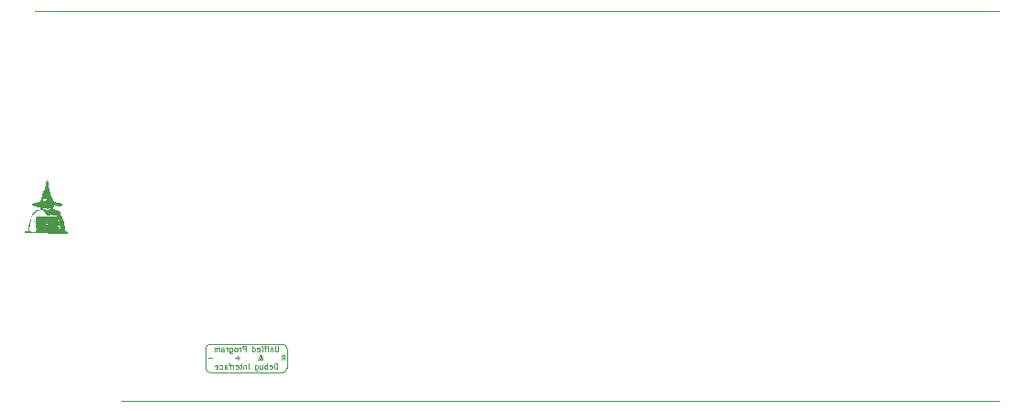
<source format=gbr>
%TF.GenerationSoftware,KiCad,Pcbnew,6.0.11+dfsg-1~bpo11+1*%
%TF.CreationDate,2024-04-01T13:46:52-04:00*%
%TF.ProjectId,Module - TPS540x,4d6f6475-6c65-4202-9d20-545053353430,1.0.0*%
%TF.SameCoordinates,Original*%
%TF.FileFunction,Legend,Bot*%
%TF.FilePolarity,Positive*%
%FSLAX46Y46*%
G04 Gerber Fmt 4.6, Leading zero omitted, Abs format (unit mm)*
G04 Created by KiCad (PCBNEW 6.0.11+dfsg-1~bpo11+1) date 2024-04-01 13:46:52*
%MOMM*%
%LPD*%
G01*
G04 APERTURE LIST*
%ADD10C,0.120000*%
%ADD11C,0.100000*%
G04 APERTURE END LIST*
D10*
X76200000Y-112800000D02*
G75*
G03*
X75800000Y-113200000I0J-400000D01*
G01*
D11*
X68000000Y-118000000D02*
X149000000Y-118000000D01*
D10*
X82900000Y-115400000D02*
G75*
G03*
X83300000Y-115000000I0J400000D01*
G01*
X76200000Y-115400000D02*
X82900000Y-115400000D01*
X83300000Y-113200000D02*
X83300000Y-115000000D01*
D11*
X60000000Y-82000000D02*
X149000000Y-82000000D01*
D10*
X75800000Y-115000000D02*
G75*
G03*
X76200000Y-115400000I400000J0D01*
G01*
X83300000Y-113200000D02*
G75*
G03*
X82900000Y-112800000I-400000J0D01*
G01*
X82900000Y-112800000D02*
X76200000Y-112800000D01*
X75800000Y-113200000D02*
X75800000Y-115000000D01*
D11*
X82492380Y-112946190D02*
X82492380Y-113350952D01*
X82468571Y-113398571D01*
X82444761Y-113422380D01*
X82397142Y-113446190D01*
X82301904Y-113446190D01*
X82254285Y-113422380D01*
X82230476Y-113398571D01*
X82206666Y-113350952D01*
X82206666Y-112946190D01*
X81968571Y-113112857D02*
X81968571Y-113446190D01*
X81968571Y-113160476D02*
X81944761Y-113136666D01*
X81897142Y-113112857D01*
X81825714Y-113112857D01*
X81778095Y-113136666D01*
X81754285Y-113184285D01*
X81754285Y-113446190D01*
X81516190Y-113446190D02*
X81516190Y-113112857D01*
X81516190Y-112946190D02*
X81540000Y-112970000D01*
X81516190Y-112993809D01*
X81492380Y-112970000D01*
X81516190Y-112946190D01*
X81516190Y-112993809D01*
X81349523Y-113112857D02*
X81159047Y-113112857D01*
X81278095Y-113446190D02*
X81278095Y-113017619D01*
X81254285Y-112970000D01*
X81206666Y-112946190D01*
X81159047Y-112946190D01*
X80992380Y-113446190D02*
X80992380Y-113112857D01*
X80992380Y-112946190D02*
X81016190Y-112970000D01*
X80992380Y-112993809D01*
X80968571Y-112970000D01*
X80992380Y-112946190D01*
X80992380Y-112993809D01*
X80563809Y-113422380D02*
X80611428Y-113446190D01*
X80706666Y-113446190D01*
X80754285Y-113422380D01*
X80778095Y-113374761D01*
X80778095Y-113184285D01*
X80754285Y-113136666D01*
X80706666Y-113112857D01*
X80611428Y-113112857D01*
X80563809Y-113136666D01*
X80540000Y-113184285D01*
X80540000Y-113231904D01*
X80778095Y-113279523D01*
X80111428Y-113446190D02*
X80111428Y-112946190D01*
X80111428Y-113422380D02*
X80159047Y-113446190D01*
X80254285Y-113446190D01*
X80301904Y-113422380D01*
X80325714Y-113398571D01*
X80349523Y-113350952D01*
X80349523Y-113208095D01*
X80325714Y-113160476D01*
X80301904Y-113136666D01*
X80254285Y-113112857D01*
X80159047Y-113112857D01*
X80111428Y-113136666D01*
X79492380Y-113446190D02*
X79492380Y-112946190D01*
X79301904Y-112946190D01*
X79254285Y-112970000D01*
X79230476Y-112993809D01*
X79206666Y-113041428D01*
X79206666Y-113112857D01*
X79230476Y-113160476D01*
X79254285Y-113184285D01*
X79301904Y-113208095D01*
X79492380Y-113208095D01*
X78992380Y-113446190D02*
X78992380Y-113112857D01*
X78992380Y-113208095D02*
X78968571Y-113160476D01*
X78944761Y-113136666D01*
X78897142Y-113112857D01*
X78849523Y-113112857D01*
X78611428Y-113446190D02*
X78659047Y-113422380D01*
X78682857Y-113398571D01*
X78706666Y-113350952D01*
X78706666Y-113208095D01*
X78682857Y-113160476D01*
X78659047Y-113136666D01*
X78611428Y-113112857D01*
X78540000Y-113112857D01*
X78492380Y-113136666D01*
X78468571Y-113160476D01*
X78444761Y-113208095D01*
X78444761Y-113350952D01*
X78468571Y-113398571D01*
X78492380Y-113422380D01*
X78540000Y-113446190D01*
X78611428Y-113446190D01*
X78016190Y-113112857D02*
X78016190Y-113517619D01*
X78040000Y-113565238D01*
X78063809Y-113589047D01*
X78111428Y-113612857D01*
X78182857Y-113612857D01*
X78230476Y-113589047D01*
X78016190Y-113422380D02*
X78063809Y-113446190D01*
X78159047Y-113446190D01*
X78206666Y-113422380D01*
X78230476Y-113398571D01*
X78254285Y-113350952D01*
X78254285Y-113208095D01*
X78230476Y-113160476D01*
X78206666Y-113136666D01*
X78159047Y-113112857D01*
X78063809Y-113112857D01*
X78016190Y-113136666D01*
X77778095Y-113446190D02*
X77778095Y-113112857D01*
X77778095Y-113208095D02*
X77754285Y-113160476D01*
X77730476Y-113136666D01*
X77682857Y-113112857D01*
X77635238Y-113112857D01*
X77254285Y-113446190D02*
X77254285Y-113184285D01*
X77278095Y-113136666D01*
X77325714Y-113112857D01*
X77420952Y-113112857D01*
X77468571Y-113136666D01*
X77254285Y-113422380D02*
X77301904Y-113446190D01*
X77420952Y-113446190D01*
X77468571Y-113422380D01*
X77492380Y-113374761D01*
X77492380Y-113327142D01*
X77468571Y-113279523D01*
X77420952Y-113255714D01*
X77301904Y-113255714D01*
X77254285Y-113231904D01*
X77016190Y-113446190D02*
X77016190Y-113112857D01*
X77016190Y-113160476D02*
X76992380Y-113136666D01*
X76944761Y-113112857D01*
X76873333Y-113112857D01*
X76825714Y-113136666D01*
X76801904Y-113184285D01*
X76801904Y-113446190D01*
X76801904Y-113184285D02*
X76778095Y-113136666D01*
X76730476Y-113112857D01*
X76659047Y-113112857D01*
X76611428Y-113136666D01*
X76587619Y-113184285D01*
X76587619Y-113446190D01*
X82790000Y-114251190D02*
X82956666Y-114013095D01*
X83075714Y-114251190D02*
X83075714Y-113751190D01*
X82885238Y-113751190D01*
X82837619Y-113775000D01*
X82813809Y-113798809D01*
X82790000Y-113846428D01*
X82790000Y-113917857D01*
X82813809Y-113965476D01*
X82837619Y-113989285D01*
X82885238Y-114013095D01*
X83075714Y-114013095D01*
X80647142Y-114251190D02*
X80670952Y-114251190D01*
X80718571Y-114227380D01*
X80790000Y-114155952D01*
X80909047Y-114013095D01*
X80956666Y-113941666D01*
X80980476Y-113870238D01*
X80980476Y-113822619D01*
X80956666Y-113775000D01*
X80909047Y-113751190D01*
X80885238Y-113751190D01*
X80837619Y-113775000D01*
X80813809Y-113822619D01*
X80813809Y-113846428D01*
X80837619Y-113894047D01*
X80861428Y-113917857D01*
X81004285Y-114013095D01*
X81028095Y-114036904D01*
X81051904Y-114084523D01*
X81051904Y-114155952D01*
X81028095Y-114203571D01*
X81004285Y-114227380D01*
X80956666Y-114251190D01*
X80885238Y-114251190D01*
X80837619Y-114227380D01*
X80813809Y-114203571D01*
X80742380Y-114108333D01*
X80718571Y-114036904D01*
X80718571Y-113989285D01*
X78909047Y-114060714D02*
X78528095Y-114060714D01*
X78718571Y-114251190D02*
X78718571Y-113870238D01*
X76385238Y-114060714D02*
X76004285Y-114060714D01*
X82409047Y-115056190D02*
X82409047Y-114556190D01*
X82290000Y-114556190D01*
X82218571Y-114580000D01*
X82170952Y-114627619D01*
X82147142Y-114675238D01*
X82123333Y-114770476D01*
X82123333Y-114841904D01*
X82147142Y-114937142D01*
X82170952Y-114984761D01*
X82218571Y-115032380D01*
X82290000Y-115056190D01*
X82409047Y-115056190D01*
X81718571Y-115032380D02*
X81766190Y-115056190D01*
X81861428Y-115056190D01*
X81909047Y-115032380D01*
X81932857Y-114984761D01*
X81932857Y-114794285D01*
X81909047Y-114746666D01*
X81861428Y-114722857D01*
X81766190Y-114722857D01*
X81718571Y-114746666D01*
X81694761Y-114794285D01*
X81694761Y-114841904D01*
X81932857Y-114889523D01*
X81480476Y-115056190D02*
X81480476Y-114556190D01*
X81480476Y-114746666D02*
X81432857Y-114722857D01*
X81337619Y-114722857D01*
X81290000Y-114746666D01*
X81266190Y-114770476D01*
X81242380Y-114818095D01*
X81242380Y-114960952D01*
X81266190Y-115008571D01*
X81290000Y-115032380D01*
X81337619Y-115056190D01*
X81432857Y-115056190D01*
X81480476Y-115032380D01*
X80813809Y-114722857D02*
X80813809Y-115056190D01*
X81028095Y-114722857D02*
X81028095Y-114984761D01*
X81004285Y-115032380D01*
X80956666Y-115056190D01*
X80885238Y-115056190D01*
X80837619Y-115032380D01*
X80813809Y-115008571D01*
X80361428Y-114722857D02*
X80361428Y-115127619D01*
X80385238Y-115175238D01*
X80409047Y-115199047D01*
X80456666Y-115222857D01*
X80528095Y-115222857D01*
X80575714Y-115199047D01*
X80361428Y-115032380D02*
X80409047Y-115056190D01*
X80504285Y-115056190D01*
X80551904Y-115032380D01*
X80575714Y-115008571D01*
X80599523Y-114960952D01*
X80599523Y-114818095D01*
X80575714Y-114770476D01*
X80551904Y-114746666D01*
X80504285Y-114722857D01*
X80409047Y-114722857D01*
X80361428Y-114746666D01*
X79742380Y-115056190D02*
X79742380Y-114556190D01*
X79504285Y-114722857D02*
X79504285Y-115056190D01*
X79504285Y-114770476D02*
X79480476Y-114746666D01*
X79432857Y-114722857D01*
X79361428Y-114722857D01*
X79313809Y-114746666D01*
X79290000Y-114794285D01*
X79290000Y-115056190D01*
X79123333Y-114722857D02*
X78932857Y-114722857D01*
X79051904Y-114556190D02*
X79051904Y-114984761D01*
X79028095Y-115032380D01*
X78980476Y-115056190D01*
X78932857Y-115056190D01*
X78575714Y-115032380D02*
X78623333Y-115056190D01*
X78718571Y-115056190D01*
X78766190Y-115032380D01*
X78790000Y-114984761D01*
X78790000Y-114794285D01*
X78766190Y-114746666D01*
X78718571Y-114722857D01*
X78623333Y-114722857D01*
X78575714Y-114746666D01*
X78551904Y-114794285D01*
X78551904Y-114841904D01*
X78790000Y-114889523D01*
X78337619Y-115056190D02*
X78337619Y-114722857D01*
X78337619Y-114818095D02*
X78313809Y-114770476D01*
X78290000Y-114746666D01*
X78242380Y-114722857D01*
X78194761Y-114722857D01*
X78099523Y-114722857D02*
X77909047Y-114722857D01*
X78028095Y-115056190D02*
X78028095Y-114627619D01*
X78004285Y-114580000D01*
X77956666Y-114556190D01*
X77909047Y-114556190D01*
X77528095Y-115056190D02*
X77528095Y-114794285D01*
X77551904Y-114746666D01*
X77599523Y-114722857D01*
X77694761Y-114722857D01*
X77742380Y-114746666D01*
X77528095Y-115032380D02*
X77575714Y-115056190D01*
X77694761Y-115056190D01*
X77742380Y-115032380D01*
X77766190Y-114984761D01*
X77766190Y-114937142D01*
X77742380Y-114889523D01*
X77694761Y-114865714D01*
X77575714Y-114865714D01*
X77528095Y-114841904D01*
X77075714Y-115032380D02*
X77123333Y-115056190D01*
X77218571Y-115056190D01*
X77266190Y-115032380D01*
X77290000Y-115008571D01*
X77313809Y-114960952D01*
X77313809Y-114818095D01*
X77290000Y-114770476D01*
X77266190Y-114746666D01*
X77218571Y-114722857D01*
X77123333Y-114722857D01*
X77075714Y-114746666D01*
X76670952Y-115032380D02*
X76718571Y-115056190D01*
X76813809Y-115056190D01*
X76861428Y-115032380D01*
X76885238Y-114984761D01*
X76885238Y-114794285D01*
X76861428Y-114746666D01*
X76813809Y-114722857D01*
X76718571Y-114722857D01*
X76670952Y-114746666D01*
X76647142Y-114794285D01*
X76647142Y-114841904D01*
X76885238Y-114889523D01*
%TO.C,G\u002A\u002A\u002A*%
G36*
X61013509Y-99439140D02*
G01*
X61016680Y-99476000D01*
X61008471Y-99487970D01*
X60974320Y-99516000D01*
X60970328Y-99514960D01*
X60956680Y-99476000D01*
X60958308Y-99465036D01*
X60999041Y-99436000D01*
X61013509Y-99439140D01*
G37*
G36*
X61604180Y-100888675D02*
G01*
X61622695Y-100903073D01*
X61580014Y-100912842D01*
X61539443Y-100910013D01*
X61527514Y-100891833D01*
X61541665Y-100883906D01*
X61604180Y-100888675D01*
G37*
G36*
X59996680Y-101456000D02*
G01*
X59976680Y-101476000D01*
X59956680Y-101456000D01*
X59976680Y-101436000D01*
X59996680Y-101456000D01*
G37*
G36*
X61865763Y-99626436D02*
G01*
X61926157Y-99661068D01*
X62070495Y-99703295D01*
X62276680Y-99739742D01*
X62355858Y-99753233D01*
X62496924Y-99792395D01*
X62573560Y-99845422D01*
X62596681Y-99918407D01*
X62596444Y-99926257D01*
X62585886Y-99946436D01*
X62573905Y-99969333D01*
X62563923Y-99988411D01*
X62466680Y-100025450D01*
X62458050Y-100027255D01*
X62365740Y-100044303D01*
X62316680Y-100049334D01*
X62280162Y-100044764D01*
X62183688Y-100033851D01*
X62051958Y-100019495D01*
X62007327Y-100014740D01*
X61891397Y-100005381D01*
X61829139Y-100012946D01*
X61800332Y-100043875D01*
X61785812Y-100100505D01*
X61784760Y-100104610D01*
X61766285Y-100183226D01*
X61763994Y-100192976D01*
X61737009Y-100281290D01*
X61732114Y-100303692D01*
X61753111Y-100336151D01*
X61825177Y-100362868D01*
X61962571Y-100390764D01*
X62063975Y-100411067D01*
X62194781Y-100455329D01*
X62287937Y-100526239D01*
X62362416Y-100640797D01*
X62437190Y-100816000D01*
X62484516Y-100932336D01*
X62537465Y-101048205D01*
X62543316Y-101058576D01*
X62575716Y-101116000D01*
X62577599Y-101118564D01*
X62613720Y-101195632D01*
X62659137Y-101329176D01*
X62709098Y-101500224D01*
X62722329Y-101550639D01*
X62751126Y-101660365D01*
X62758852Y-101689805D01*
X62779265Y-101776000D01*
X62803645Y-101878947D01*
X62818357Y-101950126D01*
X62838727Y-102048678D01*
X62846332Y-102097123D01*
X62859347Y-102180027D01*
X62860751Y-102254022D01*
X62852023Y-102311104D01*
X62879017Y-102347730D01*
X62966557Y-102363456D01*
X63028922Y-102372891D01*
X63087694Y-102409336D01*
X63109967Y-102492528D01*
X63123253Y-102609057D01*
X61853444Y-102582528D01*
X61814595Y-102581724D01*
X61456082Y-102574880D01*
X61085453Y-102568733D01*
X60721128Y-102563528D01*
X60381525Y-102559508D01*
X60085062Y-102556917D01*
X59850157Y-102556000D01*
X59116680Y-102556000D01*
X59116680Y-102456000D01*
X59116972Y-102437405D01*
X59130299Y-102383564D01*
X59179550Y-102360714D01*
X59286680Y-102355931D01*
X59456680Y-102355863D01*
X59462970Y-102176948D01*
X59528189Y-102176948D01*
X59535185Y-102271289D01*
X59575495Y-102330513D01*
X59659331Y-102389929D01*
X59716753Y-102411017D01*
X59837419Y-102433673D01*
X59953986Y-102434843D01*
X60041918Y-102415345D01*
X60076680Y-102376000D01*
X60085378Y-102346037D01*
X60141344Y-102316000D01*
X60153280Y-102315393D01*
X60188863Y-102287817D01*
X60183475Y-102206000D01*
X60165628Y-102098222D01*
X60153639Y-102004608D01*
X62139218Y-102004608D01*
X62140873Y-102013833D01*
X62216680Y-102035146D01*
X62318216Y-102063186D01*
X62416680Y-102093814D01*
X62431611Y-102098681D01*
X62449919Y-102097123D01*
X62396680Y-102060180D01*
X62306656Y-102020678D01*
X62196680Y-102001511D01*
X62139218Y-102004608D01*
X60153639Y-102004608D01*
X60145986Y-101944854D01*
X60139984Y-101889573D01*
X62138894Y-101889573D01*
X62173395Y-101911664D01*
X62269969Y-101916000D01*
X62291532Y-101916297D01*
X62396827Y-101926271D01*
X62460274Y-101946000D01*
X62466538Y-101950126D01*
X62446836Y-101928611D01*
X62384231Y-101869711D01*
X62373885Y-101860166D01*
X62310018Y-101795203D01*
X62305123Y-101776000D01*
X62436680Y-101776000D01*
X62456680Y-101796000D01*
X62476680Y-101776000D01*
X62456680Y-101756000D01*
X62436680Y-101776000D01*
X62305123Y-101776000D01*
X62301509Y-101761822D01*
X62342637Y-101742538D01*
X62348811Y-101740694D01*
X62359604Y-101729501D01*
X62300995Y-101728826D01*
X62214994Y-101750251D01*
X62152284Y-101826000D01*
X62148647Y-101836098D01*
X62138894Y-101889573D01*
X60139984Y-101889573D01*
X60126510Y-101765482D01*
X60119937Y-101696000D01*
X61076680Y-101696000D01*
X61078022Y-101713180D01*
X61111467Y-101754812D01*
X61170014Y-101729333D01*
X61181841Y-101715685D01*
X61191771Y-101660365D01*
X61136680Y-101636000D01*
X61108699Y-101642969D01*
X61076680Y-101696000D01*
X60119937Y-101696000D01*
X60108744Y-101577681D01*
X60107937Y-101567746D01*
X62159418Y-101567746D01*
X62162514Y-101625375D01*
X62164965Y-101629160D01*
X62213380Y-101636091D01*
X62291675Y-101617802D01*
X62364545Y-101585561D01*
X62396680Y-101550639D01*
X62388927Y-101523134D01*
X62343563Y-101494504D01*
X62297084Y-101515347D01*
X62288402Y-101526759D01*
X62231596Y-101556000D01*
X62225945Y-101554313D01*
X62230090Y-101514973D01*
X62273957Y-101439825D01*
X62289228Y-101417916D01*
X62346677Y-101313365D01*
X62343267Y-101254469D01*
X62279131Y-101236000D01*
X62236493Y-101246072D01*
X62199926Y-101298906D01*
X62174965Y-101413499D01*
X62168270Y-101463005D01*
X62159418Y-101567746D01*
X60107937Y-101567746D01*
X60094234Y-101399023D01*
X60084524Y-101247084D01*
X60081160Y-101139438D01*
X60085687Y-101093660D01*
X60157263Y-101056741D01*
X60299014Y-101023600D01*
X60493433Y-100998203D01*
X60726425Y-100980795D01*
X60983892Y-100971622D01*
X61251740Y-100970928D01*
X61515872Y-100978959D01*
X61762192Y-100995960D01*
X61976604Y-101022176D01*
X62145011Y-101057851D01*
X62169318Y-101058576D01*
X62126680Y-101031124D01*
X62068701Y-100985663D01*
X62036068Y-100919887D01*
X62036010Y-100915308D01*
X62028440Y-100878025D01*
X61998669Y-100914151D01*
X61983419Y-100934939D01*
X61939993Y-100951349D01*
X61863096Y-100919433D01*
X61784647Y-100890848D01*
X61720495Y-100893642D01*
X61697486Y-100898869D01*
X61676680Y-100858360D01*
X61676642Y-100855623D01*
X61648496Y-100804447D01*
X61586247Y-100804441D01*
X61516680Y-100856000D01*
X61511751Y-100861299D01*
X61431366Y-100900514D01*
X61312810Y-100916000D01*
X61234961Y-100911925D01*
X61156070Y-100881342D01*
X61100916Y-100806000D01*
X61047116Y-100724389D01*
X60962386Y-100623585D01*
X60865653Y-100524734D01*
X60772667Y-100442758D01*
X60699178Y-100392579D01*
X60660933Y-100389119D01*
X60617576Y-100411870D01*
X60515379Y-100437135D01*
X60379145Y-100457212D01*
X60304600Y-100466321D01*
X60177747Y-100493876D01*
X60080610Y-100543504D01*
X59998502Y-100628322D01*
X59916733Y-100761448D01*
X59820613Y-100956000D01*
X59792080Y-101022053D01*
X59731200Y-101194708D01*
X59671875Y-101399275D01*
X59618008Y-101617768D01*
X59573503Y-101832201D01*
X59542262Y-102024590D01*
X59528189Y-102176948D01*
X59462970Y-102176948D01*
X59464597Y-102130665D01*
X59481824Y-101932979D01*
X59526232Y-101678605D01*
X59591782Y-101413822D01*
X59673219Y-101153585D01*
X59765286Y-100912850D01*
X59862729Y-100706571D01*
X59960290Y-100549704D01*
X60052715Y-100457203D01*
X60102904Y-100434751D01*
X60222738Y-100401702D01*
X60364628Y-100377613D01*
X60592576Y-100350756D01*
X60547031Y-100243378D01*
X60535055Y-100216113D01*
X60601745Y-100216113D01*
X60629943Y-100285262D01*
X60631828Y-100287118D01*
X60656518Y-100294541D01*
X60647432Y-100232793D01*
X60634736Y-100202568D01*
X60805303Y-100202568D01*
X60828373Y-100247605D01*
X60878926Y-100294541D01*
X60919750Y-100332444D01*
X60956047Y-100360788D01*
X61101215Y-100427853D01*
X61239336Y-100415327D01*
X61369757Y-100323226D01*
X61391544Y-100299277D01*
X61443262Y-100226068D01*
X61450574Y-100183226D01*
X61425289Y-100163834D01*
X61366370Y-100170685D01*
X61309402Y-100256000D01*
X61257581Y-100326640D01*
X61160260Y-100353188D01*
X61138281Y-100352328D01*
X61093385Y-100343338D01*
X61123028Y-100323188D01*
X61142626Y-100304401D01*
X61104517Y-100274275D01*
X60993028Y-100232939D01*
X60968921Y-100225330D01*
X60851749Y-100195691D01*
X60805303Y-100202568D01*
X60634736Y-100202568D01*
X60625779Y-100181245D01*
X60605170Y-100190531D01*
X60601745Y-100216113D01*
X60535055Y-100216113D01*
X60522348Y-100187184D01*
X60477265Y-100113923D01*
X60429818Y-100096000D01*
X60556680Y-100096000D01*
X60576680Y-100116000D01*
X61116680Y-100116000D01*
X61117139Y-100125052D01*
X61134320Y-100156000D01*
X61140736Y-100154159D01*
X61176680Y-100116000D01*
X61182931Y-100100505D01*
X61159041Y-100076000D01*
X61147431Y-100077537D01*
X61132670Y-100096000D01*
X61116680Y-100116000D01*
X60576680Y-100116000D01*
X60596680Y-100096000D01*
X60576680Y-100076000D01*
X60556680Y-100096000D01*
X60429818Y-100096000D01*
X60423213Y-100093505D01*
X60335722Y-100110549D01*
X60300208Y-100117752D01*
X60162713Y-100113495D01*
X60017797Y-100072339D01*
X59887276Y-100004766D01*
X59860846Y-99981364D01*
X62043756Y-99981364D01*
X62076680Y-99996000D01*
X62097856Y-99993113D01*
X62103347Y-99969333D01*
X62097484Y-99964546D01*
X62050014Y-99969333D01*
X62043756Y-99981364D01*
X59860846Y-99981364D01*
X59809612Y-99936000D01*
X61756680Y-99936000D01*
X61776680Y-99956000D01*
X61796680Y-99936000D01*
X61792513Y-99931833D01*
X61887514Y-99931833D01*
X61887703Y-99936000D01*
X61888133Y-99945487D01*
X61940014Y-99952842D01*
X61979332Y-99946436D01*
X61964180Y-99928675D01*
X61941049Y-99922284D01*
X61887514Y-99931833D01*
X61792513Y-99931833D01*
X61776680Y-99916000D01*
X61756680Y-99936000D01*
X59809612Y-99936000D01*
X59792965Y-99921260D01*
X59756680Y-99832303D01*
X59787650Y-99813992D01*
X59877904Y-99787170D01*
X60006680Y-99759053D01*
X60011096Y-99758215D01*
X60241569Y-99709518D01*
X60398533Y-99664268D01*
X60488175Y-99620233D01*
X60493490Y-99611833D01*
X61567514Y-99611833D01*
X61568133Y-99625487D01*
X61620014Y-99632842D01*
X61659332Y-99626436D01*
X61644180Y-99608675D01*
X61621049Y-99602284D01*
X61567514Y-99611833D01*
X60493490Y-99611833D01*
X60516680Y-99575184D01*
X60517602Y-99565286D01*
X60543964Y-99487674D01*
X60567169Y-99442319D01*
X60812695Y-99442319D01*
X60820070Y-99504304D01*
X60873615Y-99580011D01*
X60958381Y-99600090D01*
X61050242Y-99553273D01*
X61068226Y-99532166D01*
X61355331Y-99532166D01*
X61363908Y-99542549D01*
X61436680Y-99546719D01*
X61463820Y-99546333D01*
X61519130Y-99540020D01*
X61506680Y-99528426D01*
X61468130Y-99522206D01*
X61366680Y-99528426D01*
X61355331Y-99532166D01*
X61068226Y-99532166D01*
X61089825Y-99506815D01*
X61114246Y-99421159D01*
X61067680Y-99359600D01*
X60956133Y-99336000D01*
X60872414Y-99341007D01*
X60825393Y-99370341D01*
X60812695Y-99442319D01*
X60567169Y-99442319D01*
X60595346Y-99387244D01*
X60596508Y-99385254D01*
X60644457Y-99276889D01*
X60694705Y-99123124D01*
X60736561Y-98956567D01*
X60742169Y-98930373D01*
X60775977Y-98789235D01*
X60806951Y-98684642D01*
X60828999Y-98637609D01*
X60830994Y-98636089D01*
X60878533Y-98566942D01*
X60932668Y-98441508D01*
X60987264Y-98281405D01*
X61036185Y-98108250D01*
X61073298Y-97943658D01*
X61092465Y-97809248D01*
X61087552Y-97726635D01*
X61090329Y-97695273D01*
X61149299Y-97676000D01*
X61208202Y-97698728D01*
X61263126Y-97786212D01*
X61304191Y-97943762D01*
X61333096Y-98176000D01*
X61344108Y-98277012D01*
X61369960Y-98443326D01*
X61399332Y-98576000D01*
X61403620Y-98591406D01*
X61439396Y-98742587D01*
X61464972Y-98886000D01*
X61469176Y-98913249D01*
X61492192Y-99000728D01*
X61518186Y-99036000D01*
X61546434Y-99056979D01*
X61580442Y-99125620D01*
X61595900Y-99206158D01*
X61604195Y-99233759D01*
X61641070Y-99317301D01*
X61692938Y-99421159D01*
X61697423Y-99430139D01*
X61750778Y-99520659D01*
X61768285Y-99540020D01*
X61825604Y-99603407D01*
X61865763Y-99626436D01*
G37*
G36*
X60636680Y-100896000D02*
G01*
X60616680Y-100916000D01*
X60596680Y-100896000D01*
X60616680Y-100876000D01*
X60636680Y-100896000D01*
G37*
G36*
X60156680Y-100976000D02*
G01*
X60136680Y-100996000D01*
X60116680Y-100976000D01*
X60136680Y-100956000D01*
X60156680Y-100976000D01*
G37*
G36*
X60156680Y-100816000D02*
G01*
X60136680Y-100836000D01*
X60116680Y-100816000D01*
X60136680Y-100796000D01*
X60156680Y-100816000D01*
G37*
G36*
X60903347Y-99409333D02*
G01*
X60909605Y-99421364D01*
X60876680Y-99436000D01*
X60855505Y-99433113D01*
X60850014Y-99409333D01*
X60855877Y-99404546D01*
X60903347Y-99409333D01*
G37*
%TD*%
M02*

</source>
